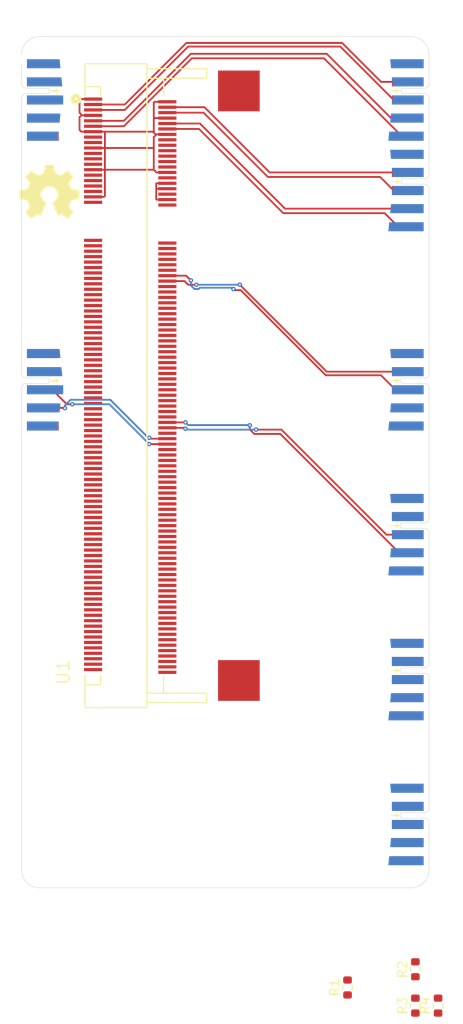
<source format=kicad_pcb>
(kicad_pcb (version 20211014) (generator pcbnew)
  (layers (0 "F.Cu" signal) (31 "B.Cu" signal) (34 "B.Paste" user) (35 "F.Paste" user) (36 "B.SilkS" user "B.Silkscreen") (37 "F.SilkS" user "F.Silkscreen") (38 "B.Mask" user) (39 "F.Mask" user) (44 "Edge.Cuts" user))
  (net 0 "")
  (net 1 "/var-som/VCC")
  (net 2 "Net-(R1-Pad2)")
  (net 3 "Net-(R2-Pad2)")
  (net 4 "Net-(R3-Pad1)")
  (net 5 "/var-som/somtimes_power")
  (net 6 "GND")
  (net 7 "/var-som/ETH_A_MDI_A+")
  (net 8 "/var-som/ETH_A_MDI_C+")
  (net 9 "/var-som/ETH_A_MDI_A-")
  (net 10 "/var-som/ETH_A_MDI_C-")
  (net 11 "/var-som/ETH_A_MDI_B+")
  (net 12 "/var-som/ETH_A_MDI_D+")
  (net 13 "/var-som/ETH_A_MDI_B-")
  (net 14 "/var-som/ETH_A_MDI_D-")
  (net 15 "/var-som/ETH_A_LED_ACT")
  (net 16 "/var-som/ETH_A_LED_SPD")
  (net 194 "/var-som/USB_B_D+")
  (net 195 "/var-som/USB_B_D-")
  (net 196 "/var-som/USB_A_D+")
  (net 197 "/var-som/USB_A_D-")
  (net 198 "+3.3V")
  (net 199 "+5V")
  (net 200 "/UART5_TX")
  (net 201 "/UART5_RX")
  (footprint "on_edge:on_edge_2x05_device" (layer "F.Cu") (at 129 88 -90)
    (fp_text reference "J3")
    (fp_text value "008_USB")
    (fp_line (start -0.2 0) (end 4 0) (layer "Edge.Cuts") (width 0.05))
    (fp_line (start -0.7 -0.5) (end -0.7 -2.8) (layer "Edge.Cuts") (width 0.05))
    (fp_line (start -4 0) (end -1.8 0) (layer "Edge.Cuts") (width 0.05))
    (fp_line (start -1.3 -2.8) (end -1.3 -0.5) (layer "Edge.Cuts") (width 0.05))
    (fp_arc (start -1.3 -2.8) (mid -1 -3.1) (end -0.7 -2.8) (layer "Edge.Cuts") (width 0.05))
    (fp_arc (start -0.2 0) (mid -0.553553 -0.146447) (end -0.7 -0.5) (layer "Edge.Cuts") (width 0.05))
    (fp_arc (start -1.3 -0.5) (mid -1.446447 -0.146447) (end -1.8 0) (layer "Edge.Cuts") (width 0.05))
  )
  (footprint "on_edge:on_edge_2x05_device" (layer "F.Cu") (at 129 56 -90)
    (fp_text reference "J2")
    (fp_text value "003_power")
    (fp_line (start -4 0) (end -1.8 0) (layer "Edge.Cuts") (width 0.05))
    (fp_line (start -0.2 0) (end 4 0) (layer "Edge.Cuts") (width 0.05))
    (fp_line (start -1.3 -2.8) (end -1.3 -0.5) (layer "Edge.Cuts") (width 0.05))
    (fp_line (start -0.7 -0.5) (end -0.7 -2.8) (layer "Edge.Cuts") (width 0.05))
    (fp_arc (start -1.3 -2.8) (mid -1 -3.1) (end -0.7 -2.8) (layer "Edge.Cuts") (width 0.05))
    (fp_arc (start -0.2 0) (mid -0.553553 -0.146447) (end -0.7 -0.5) (layer "Edge.Cuts") (width 0.05))
    (fp_arc (start -1.3 -0.5) (mid -1.446447 -0.146447) (end -1.8 0) (layer "Edge.Cuts") (width 0.05))
  )
  (footprint "Resistor_SMD:R_0603_1608Metric" (layer "F.Cu") (at 172.49 151.99 90)
    (fp_text reference "R2")
    (fp_text value "0R")
  )
  (footprint "Symbol:OSHW-Symbol_6.7x6mm_SilkScreen" (layer "F.Cu") (at 132.07 66.15)
    (fp_text reference "LOGO1" hide)
    (fp_text value "Logo_Open_Hardware_Small" hide)
  )
  (footprint "b107:TE_1473149-4" (layer "F.Cu") (at 141 87.55 90)
    (fp_text reference "U1")
    (fp_text value "VAR-SOM")
  )
  (footprint "on_edge:on_edge_2x05_host" (layer "F.Cu") (at 174 88 -90)
    (fp_text reference "J7")
    (fp_text value "010_UART")
    (fp_line (start -0.2 0) (end 4 0) (layer "Edge.Cuts") (width 0.05))
    (fp_line (start -0.7 2.9) (end -0.7 0.5) (layer "Edge.Cuts") (width 0.05))
    (fp_line (start -4 0) (end -1.8 0) (layer "Edge.Cuts") (width 0.05))
    (fp_line (start -1.3 0.5) (end -1.3 2.9) (layer "Edge.Cuts") (width 0.05))
    (fp_arc (start -1.8 0) (mid -1.446447 0.146447) (end -1.3 0.5) (layer "Edge.Cuts") (width 0.05))
    (fp_arc (start -0.7 2.9) (mid -1 3.2) (end -1.3 2.9) (layer "Edge.Cuts") (width 0.05))
    (fp_arc (start -0.7 0.5) (mid -0.553553 0.146447) (end -0.2 0) (layer "Edge.Cuts") (width 0.05))
  )
  (footprint "Resistor_SMD:R_0603_1608Metric" (layer "F.Cu") (at 165 154 90)
    (fp_text reference "R1")
    (fp_text value "0R")
  )
  (footprint "Resistor_SMD:R_0603_1608Metric" (layer "F.Cu") (at 172.49 156 90)
    (fp_text reference "R3")
    (fp_text value "560R")
  )
  (footprint "Resistor_SMD:R_0603_1608Metric" (layer "F.Cu") (at 175 156 90)
    (fp_text reference "R4")
    (fp_text value "d.n.p")
  )
  (footprint "on_edge:on_edge_2x05_host" (layer "F.Cu") (at 174 120 -90)
    (fp_text reference "J6")
    (fp_text value "002_SPI")
    (fp_line (start -0.2 0) (end 4 0) (layer "Edge.Cuts") (width 0.05))
    (fp_line (start -4 0) (end -1.8 0) (layer "Edge.Cuts") (width 0.05))
    (fp_line (start -0.7 2.9) (end -0.7 0.5) (layer "Edge.Cuts") (width 0.05))
    (fp_line (start -1.3 0.5) (end -1.3 2.9) (layer "Edge.Cuts") (width 0.05))
    (fp_arc (start -1.8 0) (mid -1.446447 0.146447) (end -1.3 0.5) (layer "Edge.Cuts") (width 0.05))
    (fp_arc (start -0.7 0.5) (mid -0.553553 0.146447) (end -0.2 0) (layer "Edge.Cuts") (width 0.05))
    (fp_arc (start -0.7 2.9) (mid -1 3.2) (end -1.3 2.9) (layer "Edge.Cuts") (width 0.05))
  )
  (footprint "on_edge:on_edge_2x05_host" (layer "F.Cu") (at 174 136 -90)
    (fp_text reference "J4")
    (fp_text value "001_I2C")
    (fp_line (start -0.7 2.9) (end -0.7 0.5) (layer "Edge.Cuts") (width 0.05))
    (fp_line (start -1.3 0.5) (end -1.3 2.9) (layer "Edge.Cuts") (width 0.05))
    (fp_line (start -4 0) (end -1.8 0) (layer "Edge.Cuts") (width 0.05))
    (fp_line (start -0.2 0) (end 4 0) (layer "Edge.Cuts") (width 0.05))
    (fp_arc (start -0.7 0.5) (mid -0.553553 0.146447) (end -0.2 0) (layer "Edge.Cuts") (width 0.05))
    (fp_arc (start -0.7 2.9) (mid -1 3.2) (end -1.3 2.9) (layer "Edge.Cuts") (width 0.05))
    (fp_arc (start -1.8 0) (mid -1.446447 0.146447) (end -1.3 0.5) (layer "Edge.Cuts") (width 0.05))
  )
  (footprint "on_edge:on_edge_2x10_host" (layer "F.Cu") (at 174 56 -90)
    (fp_text reference "J1")
    (fp_text value "020_1000BASE-T_with_CT")
    (fp_line (start -4 0) (end -1.8 0) (layer "Edge.Cuts") (width 0.05))
    (fp_line (start -0.2 0) (end 8.2 0) (layer "Edge.Cuts") (width 0.05))
    (fp_line (start -0.7 0.5) (end -0.7 2.8) (layer "Edge.Cuts") (width 0.05))
    (fp_line (start 9.8 0) (end 14 0) (layer "Edge.Cuts") (width 0.05))
    (fp_line (start 9.3 0.5) (end 9.3 2.8) (layer "Edge.Cuts") (width 0.05))
    (fp_line (start 8.7 2.8) (end 8.7 0.5) (layer "Edge.Cuts") (width 0.05))
    (fp_line (start -1.3 2.8) (end -1.3 0.5) (layer "Edge.Cuts") (width 0.05))
    (fp_arc (start -1.8 0) (mid -1.446447 0.146447) (end -1.3 0.5) (layer "Edge.Cuts") (width 0.05))
    (fp_arc (start -0.7 2.8) (mid -1 3.1) (end -1.3 2.8) (layer "Edge.Cuts") (width 0.05))
    (fp_arc (start 9.3 2.8) (mid 9 3.1) (end 8.7 2.8) (layer "Edge.Cuts") (width 0.05))
    (fp_arc (start 8.2 0) (mid 8.553553 0.146447) (end 8.7 0.5) (layer "Edge.Cuts") (width 0.05))
    (fp_arc (start 9.3 0.5) (mid 9.446447 0.146447) (end 9.8 0) (layer "Edge.Cuts") (width 0.05))
    (fp_arc (start -0.7 0.5) (mid -0.553553 0.146447) (end -0.2 0) (layer "Edge.Cuts") (width 0.05))
  )
  (footprint "on_edge:on_edge_2x05_host" (layer "F.Cu") (at 174 104 -90)
    (fp_text reference "J5")
    (fp_text value "008_USB")
    (fp_line (start -0.2 0) (end 4 0) (layer "Edge.Cuts") (width 0.05))
    (fp_line (start -4 0) (end -1.8 0) (layer "Edge.Cuts") (width 0.05))
    (fp_line (start -0.7 2.9) (end -0.7 0.5) (layer "Edge.Cuts") (width 0.05))
    (fp_line (start -1.3 0.5) (end -1.3 2.9) (layer "Edge.Cuts") (width 0.05))
    (fp_arc (start -0.7 2.9) (mid -1 3.2) (end -1.3 2.9) (layer "Edge.Cuts") (width 0.05))
    (fp_arc (start -1.8 0) (mid -1.446447 0.146447) (end -1.3 0.5) (layer "Edge.Cuts") (width 0.05))
    (fp_arc (start -0.7 0.5) (mid -0.553553 0.146447) (end -0.2 0) (layer "Edge.Cuts") (width 0.05))
  )
  (gr_line (start 129 60) (end 129 84) (layer "Edge.Cuts") (width 0.05))
  (gr_line (start 174 132) (end 174 124) (layer "Edge.Cuts") (width 0.05))
  (gr_line (start 131 49) (end 172 49) (layer "Edge.Cuts") (width 0.05))
  (gr_arc (start 174 141) (mid 173.414214 142.414214) (end 172 143) (layer "Edge.Cuts") (width 0.05))
  (gr_line (start 172 143) (end 131 143) (layer "Edge.Cuts") (width 0.05))
  (gr_line (start 174 52) (end 174 51) (layer "Edge.Cuts") (width 0.05))
  (gr_arc (start 172 49) (mid 173.414214 49.585786) (end 174 51) (layer "Edge.Cuts") (width 0.05))
  (gr_line (start 174 141) (end 174 140) (layer "Edge.Cuts") (width 0.05))
  (gr_line (start 129 92) (end 129 141) (layer "Edge.Cuts") (width 0.05))
  (gr_line (start 174 84) (end 174 70) (layer "Edge.Cuts") (width 0.05))
  (gr_arc (start 131 143) (mid 129.585786 142.414214) (end 129 141) (layer "Edge.Cuts") (width 0.05))
  (gr_arc (start 129 51) (mid 129.585786 49.585786) (end 131 49) (layer "Edge.Cuts") (width 0.05))
  (gr_line (start 174 100) (end 174 92) (layer "Edge.Cuts") (width 0.05))
  (gr_line (start 174 116) (end 174 108) (layer "Edge.Cuts") (width 0.05))
  (segment (start 143.873 65.227) (end 143.873 65.827) (width 0.2) (layer "F.Cu") (net 1))
  (segment (start 145.1 65.2) (end 143.9 65.2) (width 0.2) (layer "F.Cu") (net 1))
  (segment (start 145.1 67) (end 143.9 67) (width 0.2) (layer "F.Cu") (net 1))
  (segment (start 143.873 65.827) (end 143.9 65.8) (width 0.2) (layer "F.Cu") (net 1))
  (segment (start 143.9 65.2) (end 143.873 65.227) (width 0.2) (layer "F.Cu") (net 1))
  (segment (start 143.9 67) (end 143.873 66.973) (width 0.2) (layer "F.Cu") (net 1))
  (segment (start 143.873 66.973) (end 143.873 65.827) (width 0.2) (layer "F.Cu") (net 1))
  (segment (start 143.9 65.8) (end 145.1 65.8) (width 0.2) (layer "F.Cu") (net 1))
  (segment (start 136.9 61.3) (end 143.5 61.3) (width 0.2) (layer "F.Cu") (net 6))
  (segment (start 143.6 63.7) (end 143.9 64) (width 0.2) (layer "F.Cu") (net 6))
  (segment (start 143.5 61.3) (end 143.6 61.4) (width 0.2) (layer "F.Cu") (net 6))
  (segment (start 143.6 59.6) (end 143.6 58.1) (width 0.2) (layer "F.Cu") (net 6))
  (segment (start 143.6 58.1) (end 143.7 58) (width 0.2) (layer "F.Cu") (net 6))
  (segment (start 145.1 59.8) (end 143.9 59.8) (width 0.2) (layer "F.Cu") (net 6))
  (segment (start 136.9 57.7) (end 135.7 57.7) (width 0.2) (layer "F.Cu") (net 6))
  (segment (start 143.7 58) (end 145.1 58) (width 0.2) (layer "F.Cu") (net 6))
  (segment (start 135.4 59.3) (end 135.4 57.9) (width 0.2) (layer "F.Cu") (net 6))
  (segment (start 143.9 59.8) (end 143.6 60.1) (width 0.2) (layer "F.Cu") (net 6))
  (segment (start 143.6 60.1) (end 143.6 61.4) (width 0.2) (layer "F.Cu") (net 6))
  (segment (start 138.2 59.5) (end 138.2 66.6) (width 0.2) (layer "F.Cu") (net 6))
  (segment (start 138.2 66.6) (end 138.1 66.7) (width 0.2) (layer "F.Cu") (net 6))
  (segment (start 136.9 59.5) (end 138.2 59.5) (width 0.2) (layer "F.Cu") (net 6))
  (segment (start 135.4 56.1) (end 135.6 55.9) (width 0.2) (layer "F.Cu") (net 6))
  (segment (start 135.6 57.7) (end 135.7 57.7) (width 0.2) (layer "F.Cu") (net 6))
  (segment (start 143.6 61.4) (end 143.6 63.7) (width 0.2) (layer "F.Cu") (net 6))
  (segment (start 145.1 59.8) (end 143.8 59.8) (width 0.2) (layer "F.Cu") (net 6))
  (segment (start 136.9 59.5) (end 135.6 59.5) (width 0.2) (layer "F.Cu") (net 6))
  (segment (start 135.6 55.9) (end 136.9 55.9) (width 0.2) (layer "F.Cu") (net 6))
  (segment (start 138.2 59.5) (end 143.5 59.5) (width 0.2) (layer "F.Cu") (net 6))
  (segment (start 143.8 59.8) (end 143.6 59.6) (width 0.2) (layer "F.Cu") (net 6))
  (segment (start 136.9 63.7) (end 143.6 63.7) (width 0.2) (layer "F.Cu") (net 6))
  (segment (start 143.9 64) (end 145.1 64) (width 0.2) (layer "F.Cu") (net 6))
  (segment (start 135.6 59.5) (end 135.4 59.3) (width 0.2) (layer "F.Cu") (net 6))
  (segment (start 143.5 59.5) (end 143.6 59.6) (width 0.2) (layer "F.Cu") (net 6))
  (segment (start 143.6 56.3) (end 143.6 57.9) (width 0.2) (layer "F.Cu") (net 6))
  (segment (start 135.4 57.9) (end 135.6 57.7) (width 0.2) (layer "F.Cu") (net 6))
  (segment (start 143.7 56.2) (end 143.6 56.3) (width 0.2) (layer "F.Cu") (net 6))
  (segment (start 135.7 57.7) (end 135.4 57.4) (width 0.2) (layer "F.Cu") (net 6))
  (segment (start 135.4 57.4) (end 135.4 56.1) (width 0.2) (layer "F.Cu") (net 6))
  (segment (start 145.1 56.2) (end 143.7 56.2) (width 0.2) (layer "F.Cu") (net 6))
  (segment (start 143.6 57.9) (end 143.7 58) (width 0.2) (layer "F.Cu") (net 6))
  (segment (start 138.1 66.7) (end 136.9 66.7) (width 0.2) (layer "F.Cu") (net 6))
  (segment (start 168.7 54) (end 171.65 54) (width 0.2) (layer "F.Cu") (net 7))
  (segment (start 140.4 56.5) (end 147.2 49.7) (width 0.2) (layer "F.Cu") (net 7))
  (segment (start 164.4 49.7) (end 168.7 54) (width 0.2) (layer "F.Cu") (net 7))
  (segment (start 136.9 56.5) (end 140.4 56.5) (width 0.2) (layer "F.Cu") (net 7))
  (segment (start 147.2 49.7) (end 164.4 49.7) (width 0.2) (layer "F.Cu") (net 7))
  (segment (start 156.4 64) (end 149.2 56.8) (width 0.2) (layer "F.Cu") (net 8))
  (segment (start 171.65 64) (end 156.4 64) (width 0.2) (layer "F.Cu") (net 8))
  (segment (start 149.2 56.8) (end 145.1 56.8) (width 0.2) (layer "F.Cu") (net 8))
  (segment (start 140.4 57.1) (end 147.4 50.1) (width 0.2) (layer "F.Cu") (net 9))
  (segment (start 147.4 50.1) (end 164.2 50.1) (width 0.2) (layer "F.Cu") (net 9))
  (segment (start 170.1 56) (end 171.65 56) (width 0.2) (layer "F.Cu") (net 9))
  (segment (start 136.9 57.1) (end 140.4 57.1) (width 0.2) (layer "F.Cu") (net 9))
  (segment (start 164.2 50.1) (end 170.1 56) (width 0.2) (layer "F.Cu") (net 9))
  (segment (start 156.2 64.5) (end 168.6 64.5) (width 0.2) (layer "F.Cu") (net 10))
  (segment (start 145.1 57.4) (end 149.1 57.4) (width 0.2) (layer "F.Cu") (net 10))
  (segment (start 149.1 57.4) (end 156.2 64.5) (width 0.2) (layer "F.Cu") (net 10))
  (segment (start 170.1 66) (end 171.65 66) (width 0.2) (layer "F.Cu") (net 10))
  (segment (start 168.6 64.5) (end 170.1 66) (width 0.2) (layer "F.Cu") (net 10))
  (segment (start 147.7 50.9) (end 162.7 50.9) (width 0.2) (layer "F.Cu") (net 11))
  (segment (start 136.9 58.3) (end 140.3 58.3) (width 0.2) (layer "F.Cu") (net 11))
  (segment (start 169.8 58) (end 171.65 58) (width 0.2) (layer "F.Cu") (net 11))
  (segment (start 162.7 50.9) (end 169.8 58) (width 0.2) (layer "F.Cu") (net 11))
  (segment (start 140.3 58.3) (end 147.7 50.9) (width 0.2) (layer "F.Cu") (net 11))
  (segment (start 148.7 58.6) (end 145.1 58.6) (width 0.2) (layer "F.Cu") (net 12))
  (segment (start 158.1 68) (end 148.7 58.6) (width 0.2) (layer "F.Cu") (net 12))
  (segment (start 171.65 68) (end 158.1 68) (width 0.2) (layer "F.Cu") (net 12))
  (segment (start 171.65 60) (end 171 60) (width 0.2) (layer "F.Cu") (net 13))
  (segment (start 147.8 51.4) (end 140.3 58.9) (width 0.2) (layer "F.Cu") (net 13))
  (segment (start 140.3 58.9) (end 136.9 58.9) (width 0.2) (layer "F.Cu") (net 13))
  (segment (start 162.4 51.4) (end 147.8 51.4) (width 0.2) (layer "F.Cu") (net 13))
  (segment (start 171 60) (end 162.4 51.4) (width 0.2) (layer "F.Cu") (net 13))
  (segment (start 169.1 68.5) (end 170.6 70) (width 0.2) (layer "F.Cu") (net 14))
  (segment (start 170.6 70) (end 171.65 70) (width 0.2) (layer "F.Cu") (net 14))
  (segment (start 148.6 59.2) (end 157.9 68.5) (width 0.2) (layer "F.Cu") (net 14))
  (segment (start 145.1 59.2) (end 148.6 59.2) (width 0.2) (layer "F.Cu") (net 14))
  (segment (start 157.9 68.5) (end 169.1 68.5) (width 0.2) (layer "F.Cu") (net 14))
  (segment (start 134 89.6) (end 132.4 88) (width 0.2) (layer "F.Cu") (net 194))
  (segment (start 143.1 94) (end 145.1 94) (width 0.2) (layer "F.Cu") (net 194))
  (segment (start 134.6 89.6) (end 134 89.6) (width 0.2) (layer "F.Cu") (net 194))
  (segment (start 132.4 88) (end 131.35 88) (width 0.2) (layer "F.Cu") (net 194))
  (via (at 134.6 89.6) (size 0.5) (drill 0.2) (layers "F.Cu" "B.Cu") (net 194))
  (via (at 143.1 94) (size 0.5) (drill 0.2) (layers "F.Cu" "B.Cu") (net 194))
  (segment (start 134.6 89.6) (end 138.7 89.6) (width 0.2) (layer "B.Cu") (net 194))
  (segment (start 138.7 89.6) (end 143.1 94) (width 0.2) (layer "B.Cu") (net 194))
  (segment (start 143.1 93.3) (end 143.2 93.4) (width 0.2) (layer "F.Cu") (net 195))
  (segment (start 131.35 90) (end 133.760707 90) (width 0.2) (layer "F.Cu") (net 195))
  (segment (start 143.2 93.4) (end 145.1 93.4) (width 0.2) (layer "F.Cu") (net 195))
  (segment (start 133.760707 90) (end 133.786902 90.026195) (width 0.2) (layer "F.Cu") (net 195))
  (via (at 143.1 93.3) (size 0.5) (drill 0.2) (layers "F.Cu" "B.Cu") (net 195))
  (via (at 133.786902 90.026195) (size 0.5) (drill 0.2) (layers "F.Cu" "B.Cu") (net 195))
  (segment (start 134.8 89.1) (end 138.8 89.1) (width 0.2) (layer "B.Cu") (net 195))
  (segment (start 133.786902 90.026195) (end 133.786902 89.738518) (width 0.2) (layer "B.Cu") (net 195))
  (segment (start 139 89.3) (end 143 93.3) (width 0.2) (layer "B.Cu") (net 195))
  (segment (start 133.786902 89.738518) (end 134.42542 89.1) (width 0.2) (layer "B.Cu") (net 195))
  (segment (start 134.42542 89.1) (end 134.8 89.1) (width 0.2) (layer "B.Cu") (net 195))
  (segment (start 143 93.3) (end 143.1 93.3) (width 0.2) (layer "B.Cu") (net 195))
  (segment (start 138.8 89.1) (end 139 89.3) (width 0.2) (layer "B.Cu") (net 195))
  (segment (start 147.1 92.3) (end 147 92.2) (width 0.2) (layer "F.Cu") (net 196))
  (segment (start 165 99.7) (end 157.7 92.4) (width 0.2) (layer "F.Cu") (net 196))
  (segment (start 169.3 104) (end 165 99.7) (width 0.2) (layer "F.Cu") (net 196))
  (segment (start 147 92.2) (end 145.1 92.2) (width 0.2) (layer "F.Cu") (net 196))
  (segment (start 171.65 104) (end 169.3 104) (width 0.2) (layer "F.Cu") (net 196))
  (segment (start 157.7 92.4) (end 154.9 92.4) (width 0.2) (layer "F.Cu") (net 196))
  (via (at 147.1 92.3) (size 0.5) (drill 0.2) (layers "F.Cu" "B.Cu") (net 196))
  (via (at 154.9 92.4) (size 0.5) (drill 0.2) (layers "F.Cu" "B.Cu") (net 196))
  (segment (start 154.9 92.4) (end 147.2 92.4) (width 0.2) (layer "B.Cu") (net 196))
  (segment (start 147.2 92.4) (end 147.1 92.3) (width 0.2) (layer "B.Cu") (net 196))
  (segment (start 154.2 92.37458) (end 154.70242 92.877) (width 0.2) (layer "F.Cu") (net 197))
  (segment (start 154.2 91.9235) (end 154.2 92.37458) (width 0.2) (layer "F.Cu") (net 197))
  (segment (start 157.577 92.877) (end 170.7 106) (width 0.2) (layer "F.Cu") (net 197))
  (segment (start 170.7 106) (end 171.65 106) (width 0.2) (layer "F.Cu") (net 197))
  (segment (start 154.70242 92.877) (end 157.577 92.877) (width 0.2) (layer "F.Cu") (net 197))
  (segment (start 145.1 91.6) (end 147.1 91.6) (width 0.2) (layer "F.Cu") (net 197))
  (via (at 147.1 91.6) (size 0.5) (drill 0.2) (layers "F.Cu" "B.Cu") (net 197))
  (via (at 154.2 91.9235) (size 0.5) (drill 0.2) (layers "F.Cu" "B.Cu") (net 197))
  (segment (start 154.1765 91.9) (end 154.2 91.9235) (width 0.2) (layer "B.Cu") (net 197))
  (segment (start 147.1 91.6) (end 147.4 91.9) (width 0.2) (layer "B.Cu") (net 197))
  (segment (start 147.4 91.9) (end 154.1765 91.9) (width 0.2) (layer "B.Cu") (net 197))
  (segment (start 147 76) (end 147.4 76.4) (width 0.2) (layer "F.Cu") (net 200))
  (segment (start 147.4 76.4) (end 148.3 76.4) (width 0.2) (layer "F.Cu") (net 200))
  (segment (start 145.1 76) (end 147 76) (width 0.2) (layer "F.Cu") (net 200))
  (segment (start 162.7 86) (end 153.1 76.4) (width 0.2) (layer "F.Cu") (net 200))
  (segment (start 171.65 86) (end 162.7 86) (width 0.2) (layer "F.Cu") (net 200))
  (via (at 153.1 76.4) (size 0.5) (drill 0.2) (layers "F.Cu" "B.Cu") (net 200))
  (via (at 148.3 76.4) (size 0.5) (drill 0.2) (layers "F.Cu" "B.Cu") (net 200))
  (segment (start 148.3 76.4) (end 153.1 76.4) (width 0.2) (layer "B.Cu") (net 200))
  (segment (start 153.2 77) (end 162.6 86.4) (width 0.2) (layer "F.Cu") (net 201))
  (segment (start 170.3 88) (end 171.65 88) (width 0.2) (layer "F.Cu") (net 201))
  (segment (start 162.6 86.4) (end 168.7 86.4) (width 0.2) (layer "F.Cu") (net 201))
  (segment (start 147.1765 75.4) (end 147.7 75.9235) (width 0.2) (layer "F.Cu") (net 201))
  (segment (start 152.4 76.8765) (end 152.5235 77) (width 0.2) (layer "F.Cu") (net 201))
  (segment (start 168.7 86.4) (end 170.3 88) (width 0.2) (layer "F.Cu") (net 201))
  (segment (start 152.5235 77) (end 153.2 77) (width 0.2) (layer "F.Cu") (net 201))
  (segment (start 145.1 75.4) (end 147.1765 75.4) (width 0.2) (layer "F.Cu") (net 201))
  (via (at 147.7 75.9235) (size 0.5) (drill 0.2) (layers "F.Cu" "B.Cu") (net 201))
  (via (at 152.4 76.8765) (size 0.5) (drill 0.2) (layers "F.Cu" "B.Cu") (net 201))
  (segment (start 148.7 76.727) (end 152.2505 76.727) (width 0.2) (layer "B.Cu") (net 201))
  (segment (start 148.10242 76.877) (end 148.55 76.877) (width 0.2) (layer "B.Cu") (net 201))
  (segment (start 152.2505 76.727) (end 152.4 76.8765) (width 0.2) (layer "B.Cu") (net 201))
  (segment (start 147.7 76.47458) (end 148.10242 76.877) (width 0.2) (layer "B.Cu") (net 201))
  (segment (start 148.55 76.877) (end 148.7 76.727) (width 0.2) (layer "B.Cu") (net 201))
  (segment (start 147.7 75.9235) (end 147.7 76.47458) (width 0.2) (layer "B.Cu") (net 201))
)
</source>
